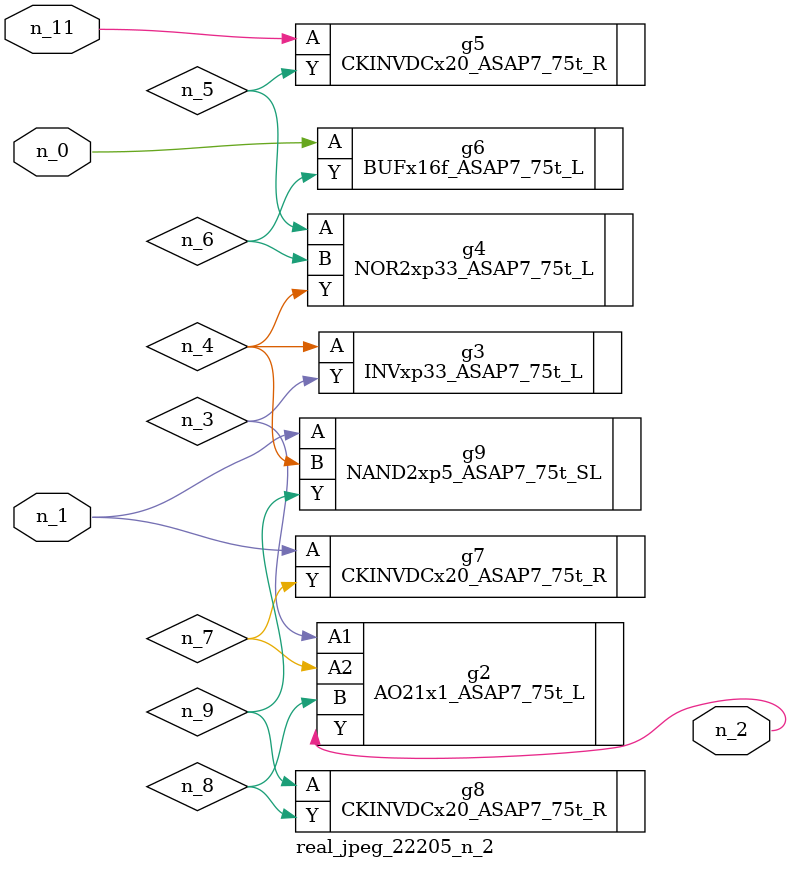
<source format=v>
module real_jpeg_22205_n_2 (n_1, n_11, n_0, n_2);

input n_1;
input n_11;
input n_0;

output n_2;

wire n_5;
wire n_4;
wire n_8;
wire n_6;
wire n_7;
wire n_3;
wire n_9;

BUFx16f_ASAP7_75t_L g6 ( 
.A(n_0),
.Y(n_6)
);

CKINVDCx20_ASAP7_75t_R g7 ( 
.A(n_1),
.Y(n_7)
);

NAND2xp5_ASAP7_75t_SL g9 ( 
.A(n_1),
.B(n_4),
.Y(n_9)
);

AO21x1_ASAP7_75t_L g2 ( 
.A1(n_3),
.A2(n_7),
.B(n_8),
.Y(n_2)
);

INVxp33_ASAP7_75t_L g3 ( 
.A(n_4),
.Y(n_3)
);

NOR2xp33_ASAP7_75t_L g4 ( 
.A(n_5),
.B(n_6),
.Y(n_4)
);

CKINVDCx20_ASAP7_75t_R g8 ( 
.A(n_9),
.Y(n_8)
);

CKINVDCx20_ASAP7_75t_R g5 ( 
.A(n_11),
.Y(n_5)
);


endmodule
</source>
